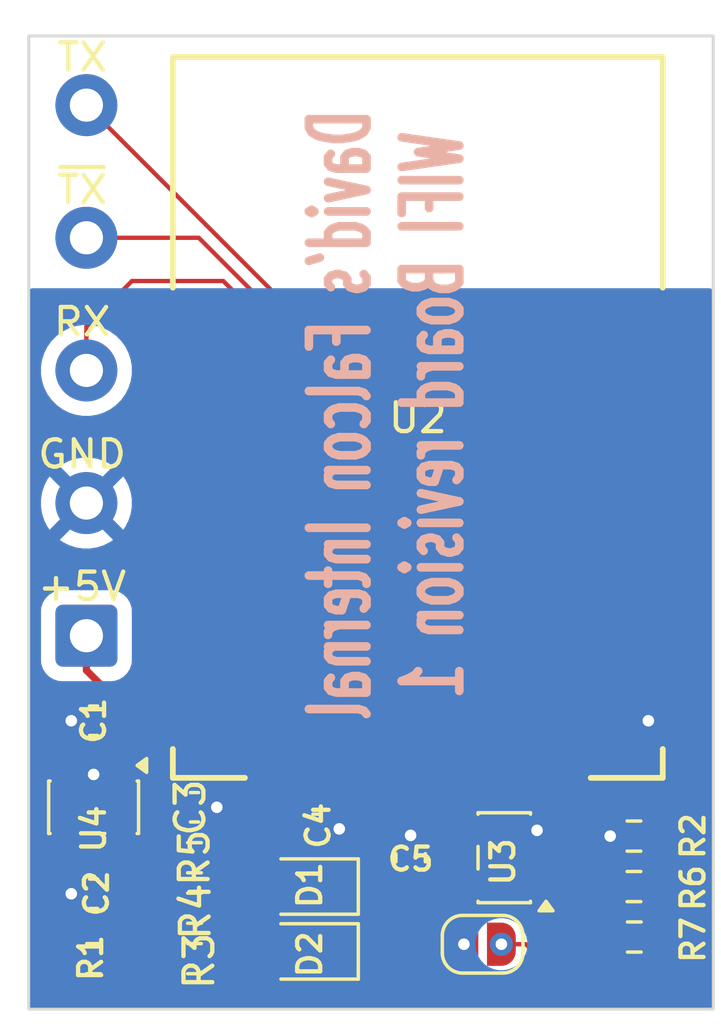
<source format=kicad_pcb>
(kicad_pcb (version 20241229) (generator "pcbnew") (generator_version "9.0")
  (title_block (title "Falcon Internal Wifi Board") (date "2025-11-10") (rev "r1") (company "Copyright D Henderson 2025"))
  (layers (0 "F.Cu" signal) (2 "B.Cu" signal) (13 "F.Paste" user) (15 "B.Paste" user) (5 "F.SilkS" user "F.Silkscreen") (7 "B.SilkS" user "B.Silkscreen") (1 "F.Mask" user) (3 "B.Mask" user) (25 "Edge.Cuts" user))
  (net 0 "")
  (net 1 "+5V")
  (net 2 "GND")
  (net 3 "+3.3V")
  (net 4 "Net-(U2-RST)")
  (net 5 "Net-(D1-A)")
  (net 6 "/STATUS")
  (net 7 "/RX")
  (net 8 "Net-(D2-A)")
  (net 9 "/TX")
  (net 10 "/~{TX}")
  (net 11 "Net-(U2-GPIO15)")
  (net 12 "/FLASH")
  (net 26 "Net-(U2-EN)")
  (net 28 "Net-(U2-GPIO2)")
  (footprint "Connector_Wire:SolderWire-0.5sqmm_1x05_P4.6mm_D0.9mm_OD2.1mm" (layer "F.Cu") (at 65.3 116.90625 90)
    (property "Reference" "J1" (hide yes))
    (property "Value" "Conn_01x05")
    (pad "1" thru_hole roundrect (at 0 0 90) (size 2.15 2.15) (drill 1.15) (layers "*.Cu" "*.Mask") (roundrect_rratio 0.116279) (net 1 "+5V"))
    (pad "2" thru_hole circle (at 4.6 0 90) (size 2.15 2.15) (drill 1.15) (layers "*.Cu" "*.Mask") (net 2 "GND"))
    (pad "3" thru_hole circle (at 9.199999 0 90) (size 2.15 2.15) (drill 1.15) (layers "*.Cu" "*.Mask") (net 7 "/RX"))
    (pad "4" thru_hole circle (at 13.800001 0 90) (size 2.15 2.15) (drill 1.15) (layers "*.Cu" "*.Mask") (net 10 "/~{TX}"))
    (pad "5" thru_hole circle (at 18.4 0 90) (size 2.15 2.15) (drill 1.15) (layers "*.Cu" "*.Mask") (net 9 "/TX"))
  )
  (footprint "Package_TO_SOT_SMD:SOT-23-5" (layer "F.Cu") (at 79.8 124.606249 180)
    (property "Reference" "U3" (at 0.050001 -0.143751 270) (layer "F.SilkS") (effects (font (size 0.8 0.8))))
    (property "Value" "NC7ST04M5X")
    (fp_line (start 0.91 1.56) (end -0.91 1.56) (stroke (width 0.12)) (layer "F.SilkS"))
    (fp_line (start 0.91 1.51) (end 0.91 1.56) (stroke (width 0.12)) (layer "F.SilkS"))
    (fp_line (start 0.91 -0.39) (end 0.91 0.39) (stroke (width 0.12)) (layer "F.SilkS"))
    (fp_line (start 0.91 -1.56) (end 0.91 -1.51) (stroke (width 0.12)) (layer "F.SilkS"))
    (fp_line (start -0.91 1.56) (end -0.91 1.51) (stroke (width 0.12)) (layer "F.SilkS"))
    (fp_line (start -0.91 -1.51) (end -0.91 -1.56) (stroke (width 0.12)) (layer "F.SilkS"))
    (fp_line (start -0.91 -1.56) (end 0.91 -1.56) (stroke (width 0.12)) (layer "F.SilkS"))
    (fp_poly (pts (xy -1.45 -1.51) (xy -1.69 -1.84) (xy -1.21 -1.84)) (stroke (width 0.12)) (fill yes) (layer "F.SilkS"))
    (pad "1" smd roundrect (at -1.1375 -0.95 180) (size 1.325 0.6) (layers "F.Cu" "F.Mask" "F.Paste"))
    (pad "2" smd roundrect (at -1.1375 0 180) (size 1.325 0.6) (layers "F.Cu" "F.Mask" "F.Paste") (net 9 "/TX"))
    (pad "3" smd roundrect (at -1.1375 0.95 180) (size 1.325 0.6) (layers "F.Cu" "F.Mask" "F.Paste") (net 2 "GND"))
    (pad "4" smd roundrect (at 1.1375 0.95 180) (size 1.325 0.6) (layers "F.Cu" "F.Mask" "F.Paste") (net 10 "/~{TX}"))
    (pad "5" smd roundrect (at 1.1375 -0.95 180) (size 1.325 0.6) (layers "F.Cu" "F.Mask" "F.Paste") (net 3 "+3.3V"))
  )
  (footprint "Capacitor_SMD:C_0603_1608Metric" (layer "F.Cu") (at 69.05 122.856249)
    (property "Reference" "C3" (at -0.145181 0.01 270) (layer "F.SilkS"))
    (property "Value" "100n")
    (fp_line (start -0.140581 -0.51) (end 0.140581 -0.51) (stroke (width 0.12)) (layer "F.SilkS"))
    (fp_line (start -0.140581 0.51) (end 0.140581 0.51) (stroke (width 0.12)) (layer "F.SilkS"))
    (pad "1" smd roundrect (at -0.775 0) (size 0.9 0.95) (layers "F.Cu" "F.Mask" "F.Paste") (net 3 "+3.3V"))
    (pad "2" smd roundrect (at 0.775 0) (size 0.9 0.95) (layers "F.Cu" "F.Mask" "F.Paste") (net 2 "GND"))
  )
  (footprint "Package_TO_SOT_SMD:SOT-23-5" (layer "F.Cu") (at 65.55 122.856249 -90)
    (property "Reference" "U4" (at 0.75 0 90) (layer "F.SilkS") (effects (font (size 0.8 0.8))))
    (property "Value" "TLV73333PDBV")
    (fp_line (start -0.91 1.56) (end -0.91 1.51) (stroke (width 0.12)) (layer "F.SilkS"))
    (fp_line (start 0.91 1.56) (end -0.91 1.56) (stroke (width 0.12)) (layer "F.SilkS"))
    (fp_line (start 0.91 1.51) (end 0.91 1.56) (stroke (width 0.12)) (layer "F.SilkS"))
    (fp_line (start 0.91 -0.39) (end 0.91 0.39) (stroke (width 0.12)) (layer "F.SilkS"))
    (fp_line (start -0.91 -1.51) (end -0.91 -1.56) (stroke (width 0.12)) (layer "F.SilkS"))
    (fp_line (start -0.91 -1.56) (end 0.91 -1.56) (stroke (width 0.12)) (layer "F.SilkS"))
    (fp_line (start 0.91 -1.56) (end 0.91 -1.51) (stroke (width 0.12)) (layer "F.SilkS"))
    (fp_poly (pts (xy -1.45 -1.51) (xy -1.69 -1.84) (xy -1.21 -1.84)) (stroke (width 0.12)) (fill yes) (layer "F.SilkS"))
    (pad "1" smd roundrect (at -1.1375 -0.949999 270) (size 1.325 0.6) (layers "F.Cu" "F.Mask" "F.Paste") (net 1 "+5V"))
    (pad "2" smd roundrect (at -1.1375 0 270) (size 1.325 0.6) (layers "F.Cu" "F.Mask" "F.Paste") (net 2 "GND"))
    (pad "3" smd roundrect (at -1.1375 0.949999 270) (size 1.325 0.6) (layers "F.Cu" "F.Mask" "F.Paste") (net 1 "+5V"))
    (pad "4" smd roundrect (at 1.1375 0.949999 270) (size 1.325 0.6) (layers "F.Cu" "F.Mask" "F.Paste"))
    (pad "5" smd roundrect (at 1.1375 -0.949999 270) (size 1.325 0.6) (layers "F.Cu" "F.Mask" "F.Paste") (net 3 "+3.3V"))
  )
  (footprint "Resistor_SMD:R_0603_1608Metric" (layer "F.Cu") (at 69.05 124.606249)
    (property "Reference" "R5" (at 0 0 90) (layer "F.SilkS"))
    (property "Value" "1k")
    (fp_line (start -0.237258 -0.5225) (end 0.237258 -0.5225) (stroke (width 0.12)) (layer "F.SilkS"))
    (fp_line (start -0.237258 0.5225) (end 0.237258 0.5225) (stroke (width 0.12)) (layer "F.SilkS"))
    (pad "1" smd roundrect (at -0.825 0) (size 0.8 0.95) (layers "F.Cu" "F.Mask" "F.Paste") (net 3 "+3.3V"))
    (pad "2" smd roundrect (at 0.825 0) (size 0.8 0.95) (layers "F.Cu" "F.Mask" "F.Paste") (net 4 "Net-(U2-RST)"))
  )
  (footprint "Capacitor_SMD:C_0603_1608Metric" (layer "F.Cu") (at 65.55 125.856249 180)
    (property "Reference" "C2" (at -0.1 0.01 270) (layer "F.SilkS") (effects (font (size 0.8 0.8))))
    (property "Value" "100n")
    (fp_line (start -0.140581 0.51) (end 0.140581 0.51) (stroke (width 0.12)) (layer "F.SilkS"))
    (fp_line (start -0.140581 -0.51) (end 0.140581 -0.51) (stroke (width 0.12)) (layer "F.SilkS"))
    (pad "1" smd roundrect (at -0.775 0 180) (size 0.9 0.95) (layers "F.Cu" "F.Mask" "F.Paste") (net 3 "+3.3V"))
    (pad "2" smd roundrect (at 0.775 0 180) (size 0.9 0.95) (layers "F.Cu" "F.Mask" "F.Paste") (net 2 "GND"))
  )
  (footprint "Resistor_SMD:R_0603_1608Metric" (layer "F.Cu") (at 69.05 128.106249)
    (property "Reference" "R3" (at 0.163396 0.0775 90) (layer "F.SilkS"))
    (property "Value" "1k")
    (fp_line (start -0.237258 -0.5225) (end 0.237258 -0.5225) (stroke (width 0.12)) (layer "F.SilkS"))
    (fp_line (start -0.237258 0.5225) (end 0.237258 0.5225) (stroke (width 0.12)) (layer "F.SilkS"))
    (pad "1" smd roundrect (at -0.825 0) (size 0.8 0.95) (layers "F.Cu" "F.Mask" "F.Paste") (net 3 "+3.3V"))
    (pad "2" smd roundrect (at 0.825 0) (size 0.8 0.95) (layers "F.Cu" "F.Mask" "F.Paste") (net 8 "Net-(D2-A)"))
  )
  (footprint "LED_SMD:LED_0805_2012Metric" (layer "F.Cu") (at 73.05 125.606249 180)
    (property "Reference" "D1" (at -0.000001 0.05 90) (layer "F.SilkS") (effects (font (size 0.8 0.8))))
    (property "Value" "LED")
    (fp_line (start 1 -0.96) (end -1.684999 -0.96) (stroke (width 0.12)) (layer "F.SilkS"))
    (fp_line (start -1.684999 0.96) (end 1 0.96) (stroke (width 0.12)) (layer "F.SilkS"))
    (fp_line (start -1.684999 -0.96) (end -1.684999 0.96) (stroke (width 0.12)) (layer "F.SilkS"))
    (pad "1" smd roundrect (at -0.937501 0 180) (size 0.975 1.4) (layers "F.Cu" "F.Mask" "F.Paste") (net 6 "/STATUS"))
    (pad "2" smd roundrect (at 0.937501 0 180) (size 0.975 1.4) (layers "F.Cu" "F.Mask" "F.Paste") (net 5 "Net-(D1-A)"))
  )
  (footprint "Capacitor_SMD:C_0603_1608Metric" (layer "F.Cu") (at 76.55 124.606249 90)
    (property "Reference" "C5" (at -0.05 0 180) (layer "F.SilkS") (effects (font (size 0.8 0.8))))
    (property "Value" "100n")
    (fp_line (start -0.140581 -0.51) (end 0.140581 -0.51) (stroke (width 0.12)) (layer "F.SilkS"))
    (fp_line (start -0.140581 0.51) (end 0.140581 0.51) (stroke (width 0.12)) (layer "F.SilkS"))
    (pad "1" smd roundrect (at -0.775 0 90) (size 0.9 0.95) (layers "F.Cu" "F.Mask" "F.Paste") (net 3 "+3.3V"))
    (pad "2" smd roundrect (at 0.775 0 90) (size 0.9 0.95) (layers "F.Cu" "F.Mask" "F.Paste") (net 2 "GND"))
  )
  (footprint "ESP-12F:ESP-12F" (layer "F.Cu") (at 76.8 109.336249)
    (property "Reference" "U2" (at 0 0.02 0) (layer "F.SilkS"))
    (property "Value" "ESP-12F")
    (fp_line (start -8.5 -12.5) (end -8.5 -4.5) (stroke (width 0.2)) (layer "F.SilkS"))
    (fp_line (start -8.5 -12.5) (end 8.5 -12.5) (stroke (width 0.2)) (layer "F.SilkS"))
    (fp_line (start -8.5 11.5) (end -8.5 12.5) (stroke (width 0.2)) (layer "F.SilkS"))
    (fp_line (start -8.5 12.5) (end -6 12.5) (stroke (width 0.2)) (layer "F.SilkS"))
    (fp_line (start 8.5 -12.5) (end 8.5 -4.5) (stroke (width 0.2)) (layer "F.SilkS"))
    (fp_line (start 8.5 12.5) (end 6 12.5) (stroke (width 0.2)) (layer "F.SilkS"))
    (fp_line (start 8.5 12.5) (end 8.5 11.5) (stroke (width 0.2)) (layer "F.SilkS"))
    (pad "1" smd rect (at -8 -3.48) (size 2 1.2) (layers "F.Cu" "F.Mask" "F.Paste") (net 4 "Net-(U2-RST)"))
    (pad "2" smd rect (at -8 -1.48) (size 2 1.2) (layers "F.Cu" "F.Mask" "F.Paste"))
    (pad "3" smd rect (at -8 0.52) (size 2 1.2) (layers "F.Cu" "F.Mask" "F.Paste") (net 26 "Net-(U2-EN)"))
    (pad "4" smd rect (at -8 2.52) (size 2 1.2) (layers "F.Cu" "F.Mask" "F.Paste") (net 6 "/STATUS"))
    (pad "5" smd rect (at -8 4.52) (size 2 1.2) (layers "F.Cu" "F.Mask" "F.Paste"))
    (pad "6" smd rect (at -8 6.52) (size 2 1.2) (layers "F.Cu" "F.Mask" "F.Paste"))
    (pad "7" smd rect (at -8 8.52) (size 2 1.2) (layers "F.Cu" "F.Mask" "F.Paste"))
    (pad "8" smd rect (at -8 10.52) (size 2 1.2) (layers "F.Cu" "F.Mask" "F.Paste") (net 3 "+3.3V"))
    (pad "9" smd rect (at -5 12) (size 1.2 2) (layers "F.Cu" "F.Mask" "F.Paste"))
    (pad "10" smd rect (at -3 12) (size 1.2 2) (layers "F.Cu" "F.Mask" "F.Paste"))
    (pad "11" smd rect (at -1 12) (size 1.2 2) (layers "F.Cu" "F.Mask" "F.Paste"))
    (pad "12" smd rect (at 1 12) (size 1.2 2) (layers "F.Cu" "F.Mask" "F.Paste"))
    (pad "13" smd rect (at 3 12) (size 1.2 2) (layers "F.Cu" "F.Mask" "F.Paste"))
    (pad "14" smd rect (at 5 12) (size 1.2 2) (layers "F.Cu" "F.Mask" "F.Paste"))
    (pad "15" smd rect (at 8 10.52) (size 2 1.2) (layers "F.Cu" "F.Mask" "F.Paste") (net 2 "GND"))
    (pad "16" smd rect (at 8 8.52) (size 2 1.2) (layers "F.Cu" "F.Mask" "F.Paste") (net 11 "Net-(U2-GPIO15)"))
    (pad "17" smd rect (at 8 6.52) (size 2 1.2) (layers "F.Cu" "F.Mask" "F.Paste") (net 28 "Net-(U2-GPIO2)"))
    (pad "18" smd rect (at 8 4.52) (size 2 1.2) (layers "F.Cu" "F.Mask" "F.Paste") (net 12 "/FLASH"))
    (pad "19" smd rect (at 8 2.52) (size 2 1.2) (layers "F.Cu" "F.Mask" "F.Paste"))
    (pad "20" smd rect (at 8 0.52) (size 2 1.2) (layers "F.Cu" "F.Mask" "F.Paste"))
    (pad "21" smd rect (at 8 -1.48) (size 2 1.2) (layers "F.Cu" "F.Mask" "F.Paste") (net 8 "Net-(D2-A)"))
    (pad "22" smd rect (at 8 -3.48) (size 2 1.2) (layers "F.Cu" "F.Mask" "F.Paste") (net 9 "/TX"))
  )
  (footprint "Resistor_SMD:R_0603_1608Metric" (layer "F.Cu") (at 65.55 128.106249 180)
    (property "Reference" "R1" (at 0.1 0.0225 90) (layer "F.SilkS") (effects (font (size 0.8 0.8))))
    (property "Value" "1k")
    (fp_line (start -0.237258 0.5225) (end 0.237258 0.5225) (stroke (width 0.12)) (layer "F.SilkS"))
    (fp_line (start -0.237258 -0.5225) (end 0.237258 -0.5225) (stroke (width 0.12)) (layer "F.SilkS"))
    (pad "1" smd roundrect (at -0.825 0 180) (size 0.8 0.95) (layers "F.Cu" "F.Mask" "F.Paste") (net 3 "+3.3V"))
    (pad "2" smd roundrect (at 0.825 0 180) (size 0.8 0.95) (layers "F.Cu" "F.Mask" "F.Paste") (net 5 "Net-(D1-A)"))
  )
  (footprint "Jumper:SolderJumper-2_P1.3mm_Open_RoundedPad1.0x1.5mm" (layer "F.Cu") (at 79.05 127.606249 180)
    (property "Reference" "TP1" (hide yes))
    (property "Value" "TestPoint_2Pole")
    (fp_line (start 1.4 -0.300001) (end 1.4 0.300001) (stroke (width 0.12)) (layer "F.SilkS"))
    (fp_line (start 0.7 1) (end -0.7 1) (stroke (width 0.12)) (layer "F.SilkS"))
    (fp_line (start -0.7 -1) (end 0.7 -1) (stroke (width 0.12)) (layer "F.SilkS"))
    (fp_line (start -1.4 0.300001) (end -1.4 -0.300001) (stroke (width 0.12)) (layer "F.SilkS"))
    (fp_arc (start 1.4 0.300001) (mid 1.194975 0.794975) (end 0.7 1) (stroke (width 0.12)) (layer "F.SilkS"))
    (fp_arc (start 0.7 -1) (mid 1.194975 -0.794975) (end 1.4 -0.300001) (stroke (width 0.12)) (layer "F.SilkS"))
    (fp_arc (start -0.7 1) (mid -1.194975 0.794975) (end -1.4 0.300001) (stroke (width 0.12)) (layer "F.SilkS"))
    (fp_arc (start -1.4 -0.300001) (mid -1.194975 -0.794975) (end -0.7 -1) (stroke (width 0.12)) (layer "F.SilkS"))
    (pad "1" smd custom (at -0.649999 0 180) (size 1 0.5) (layers "F.Cu" "F.Mask") (net 12 "/FLASH") (options (clearance outline) (anchor rect)) (primitives (gr_circle (center 0 0.25) (end 0.5 0.25) (width 0) (fill yes)) (gr_circle (center 0 -0.25) (end 0.5 -0.25) (width 0) (fill yes)) (gr_poly (pts (xy 0.5 0.75) (xy 0 0.75) (xy 0 -0.75) (xy 0.5 -0.75)) (width 0) (fill yes))))
    (pad "2" smd custom (at 0.649999 0 180) (size 1 0.5) (layers "F.Cu" "F.Mask") (net 2 "GND") (options (clearance outline) (anchor rect)) (primitives (gr_circle (center 0 0.25) (end 0.5 0.25) (width 0) (fill yes)) (gr_circle (center 0 -0.25) (end 0.5 -0.25) (width 0) (fill yes)) (gr_poly (pts (xy 0 0.75) (xy -0.5 0.75) (xy -0.5 -0.75) (xy 0 -0.75)) (width 0) (fill yes))))
  )
  (footprint "Resistor_SMD:R_0603_1608Metric" (layer "F.Cu") (at 69.05 126.356249)
    (property "Reference" "R4" (at 0.037258 0.1225 90) (layer "F.SilkS"))
    (property "Value" "1k")
    (fp_line (start -0.237258 -0.5225) (end 0.237258 -0.5225) (stroke (width 0.12)) (layer "F.SilkS"))
    (fp_line (start -0.237258 0.5225) (end 0.237258 0.5225) (stroke (width 0.12)) (layer "F.SilkS"))
    (pad "1" smd roundrect (at -0.825 0) (size 0.8 0.95) (layers "F.Cu" "F.Mask" "F.Paste") (net 3 "+3.3V"))
    (pad "2" smd roundrect (at 0.825 0) (size 0.8 0.95) (layers "F.Cu" "F.Mask" "F.Paste") (net 26 "Net-(U2-EN)"))
  )
  (footprint "Capacitor_SMD:C_0603_1608Metric" (layer "F.Cu") (at 73.3 123.606249)
    (property "Reference" "C4" (at 0.040581 -0.11 90) (layer "F.SilkS") (effects (font (size 0.8 0.8))))
    (property "Value" "100n")
    (fp_line (start -0.140581 -0.51) (end 0.140581 -0.51) (stroke (width 0.12)) (layer "F.SilkS"))
    (fp_line (start -0.140581 0.51) (end 0.140581 0.51) (stroke (width 0.12)) (layer "F.SilkS"))
    (pad "1" smd roundrect (at -0.775 0) (size 0.9 0.95) (layers "F.Cu" "F.Mask" "F.Paste") (net 4 "Net-(U2-RST)"))
    (pad "2" smd roundrect (at 0.775 0) (size 0.9 0.95) (layers "F.Cu" "F.Mask" "F.Paste") (net 2 "GND"))
  )
  (footprint "Resistor_SMD:R_0603_1608Metric" (layer "F.Cu") (at 84.312742 127.356249)
    (property "Reference" "R7" (at 2.037258 0.1 90) (layer "F.SilkS") (effects (font (size 0.8 0.8))))
    (property "Value" "1k")
    (fp_line (start -0.237258 -0.5225) (end 0.237258 -0.5225) (stroke (width 0.12)) (layer "F.SilkS"))
    (fp_line (start -0.237258 0.5225) (end 0.237258 0.5225) (stroke (width 0.12)) (layer "F.SilkS"))
    (pad "1" smd roundrect (at -0.825 0) (size 0.8 0.95) (layers "F.Cu" "F.Mask" "F.Paste") (net 3 "+3.3V"))
    (pad "2" smd roundrect (at 0.825 0) (size 0.8 0.95) (layers "F.Cu" "F.Mask" "F.Paste") (net 12 "/FLASH"))
  )
  (footprint "Resistor_SMD:R_0603_1608Metric" (layer "F.Cu") (at 84.3 125.606249)
    (property "Reference" "R6" (at 2.05 0.05 90) (layer "F.SilkS") (effects (font (size 0.8 0.8))))
    (property "Value" "1k")
    (fp_line (start -0.237258 -0.5225) (end 0.237258 -0.5225) (stroke (width 0.12)) (layer "F.SilkS"))
    (fp_line (start -0.237258 0.5225) (end 0.237258 0.5225) (stroke (width 0.12)) (layer "F.SilkS"))
    (pad "1" smd roundrect (at -0.825 0) (size 0.8 0.95) (layers "F.Cu" "F.Mask" "F.Paste") (net 3 "+3.3V"))
    (pad "2" smd roundrect (at 0.825 0) (size 0.8 0.95) (layers "F.Cu" "F.Mask" "F.Paste") (net 28 "Net-(U2-GPIO2)"))
  )
  (footprint "Resistor_SMD:R_0603_1608Metric" (layer "F.Cu") (at 84.3 123.856249 180)
    (property "Reference" "R2" (at -2.05 0 270) (layer "F.SilkS") (effects (font (size 0.8 0.8))))
    (property "Value" "1k")
    (fp_line (start -0.237258 0.5225) (end 0.237258 0.5225) (stroke (width 0.12)) (layer "F.SilkS"))
    (fp_line (start -0.237258 -0.5225) (end 0.237258 -0.5225) (stroke (width 0.12)) (layer "F.SilkS"))
    (pad "1" smd roundrect (at -0.825 0 180) (size 0.8 0.95) (layers "F.Cu" "F.Mask" "F.Paste") (net 11 "Net-(U2-GPIO15)"))
    (pad "2" smd roundrect (at 0.825 0 180) (size 0.8 0.95) (layers "F.Cu" "F.Mask" "F.Paste") (net 2 "GND"))
  )
  (footprint "Diode_SMD:D_0805_2012Metric" (layer "F.Cu") (at 73.05 127.856249 180)
    (property "Reference" "D2" (at 0 -0.1 90) (layer "F.SilkS") (effects (font (size 0.8 0.8))))
    (property "Value" "D")
    (fp_line (start 1 -0.96) (end -1.684999 -0.96) (stroke (width 0.12)) (layer "F.SilkS"))
    (fp_line (start -1.684999 0.96) (end 1 0.96) (stroke (width 0.12)) (layer "F.SilkS"))
    (fp_line (start -1.684999 -0.96) (end -1.684999 0.96) (stroke (width 0.12)) (layer "F.SilkS"))
    (pad "1" smd roundrect (at -0.937501 0 180) (size 0.975 1.4) (layers "F.Cu" "F.Mask" "F.Paste") (net 7 "/RX"))
    (pad "2" smd roundrect (at 0.937501 0 180) (size 0.975 1.4) (layers "F.Cu" "F.Mask" "F.Paste") (net 8 "Net-(D2-A)"))
  )
  (footprint "Capacitor_SMD:C_0603_1608Metric" (layer "F.Cu") (at 65.55 119.856249 180)
    (property "Reference" "C1" (at 0 0 270) (layer "F.SilkS") (effects (font (size 0.8 0.8))))
    (property "Value" "100n")
    (fp_line (start -0.140581 0.51) (end 0.140581 0.51) (stroke (width 0.12)) (layer "F.SilkS"))
    (fp_line (start -0.140581 -0.51) (end 0.140581 -0.51) (stroke (width 0.12)) (layer "F.SilkS"))
    (pad "1" smd roundrect (at -0.775 0 180) (size 0.9 0.95) (layers "F.Cu" "F.Mask" "F.Paste") (net 1 "+5V"))
    (pad "2" smd roundrect (at 0.775 0 180) (size 0.9 0.95) (layers "F.Cu" "F.Mask" "F.Paste") (net 2 "GND"))
  )
  (gr_poly (pts (xy 63.3 129.856249) (xy 87.05 129.856249) (xy 87.05 96.106249) (xy 63.3 96.106249)) (stroke (width 0.1)) (fill no) (layer "Edge.Cuts"))
  (gr_text "TX\n\n\n~{TX}\n\n\nRX\n\n\nGND\n\n\n+5V" (at 65.15 115.756249 0) (layer "F.SilkS") (effects (font (size 0.95 1)) (justify bottom)))
  (gr_text "David's Falcon Internal\nWIFI Board revision 1" (at 78.5 109.25 90) (layer "B.SilkS") (effects (font (size 2 1.2) (thickness 0.3) (bold yes)) (justify bottom mirror)))
  (segment (start 66.499999 122.40625) (end 66.499999 121.718749) (width 0.15) (layer "F.Cu") (net 1))
  (segment (start 66.499999 120.806248) (end 66.325 120.631249) (width 0.25) (layer "F.Cu") (net 1))
  (segment (start 65.3 118.106249) (end 66.325 119.131249) (width 0.25) (layer "F.Cu") (net 1))
  (segment (start 66.05 122.856249) (end 66.499999 122.40625) (width 0.15) (layer "F.Cu") (net 1))
  (segment (start 64.600001 122.381248) (end 65.075002 122.856249) (width 0.15) (layer "F.Cu") (net 1))
  (segment (start 66.325 120.631249) (end 66.325 119.856249) (width 0.25) (layer "F.Cu") (net 1))
  (segment (start 64.600001 121.718749) (end 64.600001 122.381248) (width 0.15) (layer "F.Cu") (net 1))
  (segment (start 65.075002 122.856249) (end 66.05 122.856249) (width 0.15) (layer "F.Cu") (net 1))
  (segment (start 66.499999 121.718749) (end 66.499999 120.806248) (width 0.25) (layer "F.Cu") (net 1))
  (segment (start 65.3 116.90625) (end 65.3 118.106249) (width 0.25) (layer "F.Cu") (net 1))
  (segment (start 66.325 119.131249) (end 66.325 119.856249) (width 0.25) (layer "F.Cu") (net 1))
  (via (at 84.8 119.856249) (size 0.8) (drill 0.4) (layers "F.Cu" "B.Cu") (net 2))
  (via (at 76.55 123.831249) (size 0.8) (drill 0.4) (layers "F.Cu" "B.Cu") (net 2))
  (via (at 64.775 119.856249) (size 0.8) (drill 0.4) (layers "F.Cu" "B.Cu") (net 2))
  (via (at 65.55 121.718749) (size 0.8) (drill 0.4) (layers "F.Cu" "B.Cu") (net 2))
  (via (at 78.400001 127.606249) (size 0.8) (drill 0.4) (layers "F.Cu" "B.Cu") (net 2))
  (via (at 64.775 125.856249) (size 0.8) (drill 0.4) (layers "F.Cu" "B.Cu") (net 2))
  (via (at 80.9375 123.656249) (size 0.8) (drill 0.4) (layers "F.Cu" "B.Cu") (net 2))
  (via (at 74.075 123.606249) (size 0.8) (drill 0.4) (layers "F.Cu" "B.Cu") (net 2))
  (via (at 83.475 123.856249) (size 0.8) (drill 0.4) (layers "F.Cu" "B.Cu") (net 2))
  (via (at 69.825 122.856249) (size 0.8) (drill 0.4) (layers "F.Cu" "B.Cu") (net 2))
  (segment (start 79.0648 126.106249) (end 82.05 126.106249) (width 0.15) (layer "F.Cu") (net 3))
  (segment (start 64.401 129.207249) (end 74.949 129.207249) (width 0.25) (layer "F.Cu") (net 3))
  (segment (start 76.55 127.606249) (end 76.55 125.381249) (width 0.25) (layer "F.Cu") (net 3))
  (segment (start 82.05 126.106249) (end 82.55 125.606249) (width 0.15) (layer "F.Cu") (net 3))
  (segment (start 68.275 122.856249) (end 68.275 121.631249) (width 0.25) (layer "F.Cu") (net 3))
  (segment (start 76.7148 125.546049) (end 78.5046 125.546049) (width 0.15) (layer "F.Cu") (net 3))
  (segment (start 68.8 121.106249) (end 68.8 119.856249) (width 0.25) (layer "F.Cu") (net 3))
  (segment (start 68.225 128.106249) (end 68.225 122.906249) (width 0.25) (layer "F.Cu") (net 3))
  (segment (start 67.05 125.856249) (end 67.55 126.356249) (width 0.25) (layer "F.Cu") (net 3))
  (segment (start 64.049 127.357249) (end 64.049 128.855249) (width 0.25) (layer "F.Cu") (net 3))
  (segment (start 66.375 128.106249) (end 65.375 127.106249) (width 0.25) (layer "F.Cu") (net 3))
  (segment (start 68.275 121.631249) (end 68.8 121.106249) (width 0.25) (layer "F.Cu") (net 3))
  (segment (start 66.325 125.081249) (end 66.325 125.856249) (width 0.25) (layer "F.Cu") (net 3))
  (segment (start 67.55 126.356249) (end 68.225 126.356249) (width 0.25) (layer "F.Cu") (net 3))
  (segment (start 83.487742 127.356249) (end 83.487742 125.618991) (width 0.15) (layer "F.Cu") (net 3))
  (segment (start 64.3 127.106249) (end 64.049 127.357249) (width 0.25) (layer "F.Cu") (net 3))
  (segment (start 82.55 125.606249) (end 83.475 125.606249) (width 0.15) (layer "F.Cu") (net 3))
  (segment (start 78.5046 125.546049) (end 79.0648 126.106249) (width 0.15) (layer "F.Cu") (net 3))
  (segment (start 66.499999 123.993749) (end 66.499999 124.90625) (width 0.25) (layer "F.Cu") (net 3))
  (segment (start 66.325 125.856249) (end 67.05 125.856249) (width 0.25) (layer "F.Cu") (net 3))
  (segment (start 66.499999 124.90625) (end 66.325 125.081249) (width 0.25) (layer "F.Cu") (net 3))
  (segment (start 74.949 129.207249) (end 76.55 127.606249) (width 0.25) (layer "F.Cu") (net 3))
  (segment (start 66.375 128.106249) (end 68.225 128.106249) (width 0.25) (layer "F.Cu") (net 3))
  (segment (start 64.049 128.855249) (end 64.401 129.207249) (width 0.25) (layer "F.Cu") (net 3))
  (segment (start 65.375 127.106249) (end 64.3 127.106249) (width 0.25) (layer "F.Cu") (net 3))
  (segment (start 67.55 105.856249) (end 68.8 105.856249) (width 0.15) (layer "F.Cu") (net 4))
  (segment (start 70.501 117.432249) (end 69.925 116.856249) (width 0.15) (layer "F.Cu") (net 4))
  (segment (start 70.501 123.980249) (end 70.501 117.432249) (width 0.15) (layer "F.Cu") (net 4))
  (segment (start 69.875 124.606249) (end 70.501 123.980249) (width 0.15) (layer "F.Cu") (net 4))
  (segment (start 69.05 126.860248) (end 69.05 125.431249) (width 0.15) (layer "F.Cu") (net 4))
  (segment (start 71.101 124.305249) (end 71.101 126.213247) (width 0.15) (layer "F.Cu") (net 4))
  (segment (start 69.247001 127.057249) (end 69.05 126.860248) (width 0.15) (layer "F.Cu") (net 4))
  (segment (start 72.525 123.606249) (end 71.8 123.606249) (width 0.15) (layer "F.Cu") (net 4))
  (segment (start 69.05 125.431249) (end 69.875 124.606249) (width 0.15) (layer "F.Cu") (net 4))
  (segment (start 71.8 123.606249) (end 71.101 124.305249) (width 0.15) (layer "F.Cu") (net 4))
  (segment (start 66.999 106.407249) (end 67.55 105.856249) (width 0.15) (layer "F.Cu") (net 4))
  (segment (start 71.101 126.213247) (end 70.256998 127.057249) (width 0.15) (layer "F.Cu") (net 4))
  (segment (start 66.999 116.107249) (end 66.999 106.407249) (width 0.15) (layer "F.Cu") (net 4))
  (segment (start 70.256998 127.057249) (end 69.247001 127.057249) (width 0.15) (layer "F.Cu") (net 4))
  (segment (start 67.748 116.856249) (end 66.999 116.107249) (width 0.15) (layer "F.Cu") (net 4))
  (segment (start 69.925 116.856249) (end 67.748 116.856249) (width 0.15) (layer "F.Cu") (net 4))
  (segment (start 69.294001 127.358249) (end 70.381676 127.358249) (width 0.15) (layer "F.Cu") (net 5))
  (segment (start 69.05 128.668748) (end 69.05 127.60225) (width 0.15) (layer "F.Cu") (net 5))
  (segment (start 68.862499 128.856249) (end 69.05 128.668748) (width 0.15) (layer "F.Cu") (net 5))
  (segment (start 69.05 127.60225) (end 69.294001 127.358249) (width 0.15) (layer "F.Cu") (net 5))
  (segment (start 65.475 128.856249) (end 68.862499 128.856249) (width 0.15) (layer "F.Cu") (net 5))
  (segment (start 70.381676 127.358249) (end 72.112499 125.627426) (width 0.15) (layer "F.Cu") (net 5))
  (segment (start 64.725 128.106249) (end 65.475 128.856249) (width 0.15) (layer "F.Cu") (net 5))
  (segment (start 70.55 111.856249) (end 68.8 111.856249) (width 0.15) (layer "F.Cu") (net 6))
  (segment (start 72.8 114.106249) (end 70.55 111.856249) (width 0.15) (layer "F.Cu") (net 6))
  (segment (start 73.201 124.819748) (end 73.201 122.789249) (width 0.15) (layer "F.Cu") (net 6))
  (segment (start 72.8 122.388249) (end 72.8 114.106249) (width 0.15) (layer "F.Cu") (net 6))
  (segment (start 73.201 122.789249) (end 72.8 122.388249) (width 0.15) (layer "F.Cu") (net 6))
  (segment (start 73.987501 125.606249) (end 73.201 124.819748) (width 0.15) (layer "F.Cu") (net 6))
  (segment (start 74.8 109.356249) (end 74.8 127.04375) (width 0.15) (layer "F.Cu") (net 7))
  (segment (start 65.3 106.185972) (end 66.879723 104.606249) (width 0.15) (layer "F.Cu") (net 7))
  (segment (start 70.05 104.606249) (end 74.8 109.356249) (width 0.15) (layer "F.Cu") (net 7))
  (segment (start 65.3 107.706251) (end 65.3 106.185972) (width 0.15) (layer "F.Cu") (net 7))
  (segment (start 74.8 127.04375) (end 73.987501 127.856249) (width 0.15) (layer "F.Cu") (net 7))
  (segment (start 66.879723 104.606249) (end 70.05 104.606249) (width 0.15) (layer "F.Cu") (net 7))
  (segment (start 80.25 122.75) (end 79.75 123.25) (width 0.15) (layer "F.Cu") (net 8))
  (segment (start 79.75 123.25) (end 79.75 124.25) (width 0.15) (layer "F.Cu") (net 8))
  (segment (start 72.112499 127.856249) (end 71.05 127.856249) (width 0.15) (layer "F.Cu") (net 8))
  (segment (start 70.8 128.106249) (end 69.875 128.106249) (width 0.15) (layer "F.Cu") (net 8))
  (segment (start 76.05 124.606249) (end 75.55 125.106249) (width 0.15) (layer "F.Cu") (net 8))
  (segment (start 74.432581 128.782249) (end 73.038499 128.782249) (width 0.15) (layer "F.Cu") (net 8))
  (segment (start 75.55 127.66483) (end 74.432581 128.782249) (width 0.15) (layer "F.Cu") (net 8))
  (segment (start 71.05 127.856249) (end 70.8 128.106249) (width 0.15) (layer "F.Cu") (net 8))
  (segment (start 79.75 124.25) (end 79.393751 124.606249) (width 0.15) (layer "F.Cu") (net 8))
  (segment (start 80.8 110.356249) (end 80.8 122.595347) (width 0.15) (layer "F.Cu") (net 8))
  (segment (start 84.8 107.856249) (end 83.3 107.856249) (width 0.15) (layer "F.Cu") (net 8))
  (segment (start 79.393751 124.606249) (end 76.05 124.606249) (width 0.15) (layer "F.Cu") (net 8))
  (segment (start 80.8 122.595347) (end 80.645347 122.75) (width 0.15) (layer "F.Cu") (net 8))
  (segment (start 83.3 107.856249) (end 80.8 110.356249) (width 0.15) (layer "F.Cu") (net 8))
  (segment (start 75.55 125.106249) (end 75.55 127.66483) (width 0.15) (layer "F.Cu") (net 8))
  (segment (start 73.038499 128.782249) (end 72.112499 127.856249) (width 0.15) (layer "F.Cu") (net 8))
  (segment (start 80.645347 122.75) (end 80.25 122.75) (width 0.15) (layer "F.Cu") (net 8))
  (segment (start 82.143751 124.606249) (end 82.8 123.95) (width 0.15) (layer "F.Cu") (net 9))
  (segment (start 65.3 98.50625) (end 72.649999 105.856249) (width 0.15) (layer "F.Cu") (net 9))
  (segment (start 85.852 110.856249) (end 86.05 110.658249) (width 0.15) (layer "F.Cu") (net 9))
  (segment (start 82.8 123.95) (end 82.8 111.804249) (width 0.15) (layer "F.Cu") (net 9))
  (segment (start 83.748 110.856249) (end 85.852 110.856249) (width 0.15) (layer "F.Cu") (net 9))
  (segment (start 86.05 107.106249) (end 84.8 105.856249) (width 0.15) (layer "F.Cu") (net 9))
  (segment (start 82.8 111.804249) (end 83.748 110.856249) (width 0.15) (layer "F.Cu") (net 9))
  (segment (start 80.9375 124.606249) (end 82.143751 124.606249) (width 0.15) (layer "F.Cu") (net 9))
  (segment (start 86.05 110.658249) (end 86.05 107.106249) (width 0.15) (layer "F.Cu") (net 9))
  (segment (start 72.649999 105.856249) (end 84.8 105.856249) (width 0.15) (layer "F.Cu") (net 9))
  (segment (start 78.8 123.371049) (end 78.5046 123.666449) (width 0.15) (layer "F.Cu") (net 10))
  (segment (start 65.3 103.106249) (end 69.2 103.106249) (width 0.15) (layer "F.Cu") (net 10))
  (segment (start 78.8 112.706249) (end 78.8 123.371049) (width 0.15) (layer "F.Cu") (net 10))
  (segment (start 69.2 103.106249) (end 78.8 112.706249) (width 0.15) (layer "F.Cu") (net 10))
  (segment (start 85.125 123.856249) (end 83.3 122.031249) (width 0.15) (layer "F.Cu") (net 11))
  (segment (start 83.8 117.856249) (end 84.8 117.856249) (width 0.15) (layer "F.Cu") (net 11))
  (segment (start 83.3 122.031249) (end 83.3 118.356249) (width 0.15) (layer "F.Cu") (net 11))
  (segment (start 83.3 118.356249) (end 83.8 117.856249) (width 0.15) (layer "F.Cu") (net 11))
  (segment (start 81.001 128.057249) (end 80.55 127.606249) (width 0.15) (layer "F.Cu") (net 12))
  (segment (start 86.327 115.383249) (end 84.8 113.856249) (width 0.15) (layer "F.Cu") (net 12))
  (segment (start 80.55 127.606249) (end 79.699999 127.606249) (width 0.15) (layer "F.Cu") (net 12))
  (segment (start 85.137742 127.356249) (end 86.327 126.166991) (width 0.15) (layer "F.Cu") (net 12))
  (segment (start 84.436742 128.057249) (end 81.001 128.057249) (width 0.15) (layer "F.Cu") (net 12))
  (segment (start 85.137742 127.356249) (end 84.436742 128.057249) (width 0.15) (layer "F.Cu") (net 12))
  (segment (start 86.327 126.166991) (end 86.327 115.383249) (width 0.15) (layer "F.Cu") (net 12))
  (via (at 79.699999 127.606249) (size 0.8) (drill 0.4) (layers "F.Cu" "B.Cu") (net 12))
  (segment (start 70.974 115.879249) (end 70.974 123.932927) (width 0.15) (layer "F.Cu") (net 26))
  (segment (start 67.8 114.856249) (end 69.951 114.856249) (width 0.15) (layer "F.Cu") (net 26))
  (segment (start 67.3 114.356249) (end 67.8 114.856249) (width 0.15) (layer "F.Cu") (net 26))
  (segment (start 67.8 109.856249) (end 67.3 110.356249) (width 0.15) (layer "F.Cu") (net 26))
  (segment (start 70.974 123.932927) (end 70.8 124.106927) (width 0.15) (layer "F.Cu") (net 26))
  (segment (start 67.3 110.356249) (end 67.3 114.356249) (width 0.15) (layer "F.Cu") (net 26))
  (segment (start 68.8 109.856249) (end 67.8 109.856249) (width 0.15) (layer "F.Cu") (net 26))
  (segment (start 70.8 125.431249) (end 69.875 126.356249) (width 0.15) (layer "F.Cu") (net 26))
  (segment (start 70.8 124.106927) (end 70.8 125.431249) (width 0.15) (layer "F.Cu") (net 26))
  (segment (start 69.951 114.856249) (end 70.974 115.879249) (width 0.15) (layer "F.Cu") (net 26))
  (segment (start 86.026 124.705249) (end 85.125 125.606249) (width 0.15) (layer "F.Cu") (net 28))
  (segment (start 84.8 115.856249) (end 86.026 117.082249) (width 0.15) (layer "F.Cu") (net 28))
  (segment (start 86.026 117.082249) (end 86.026 124.705249) (width 0.15) (layer "F.Cu") (net 28))
  (zone (net 2) (net_name "GND") (layer "B.Cu") (connect_pads (clearance 0.5)) (min_thickness 0.25) (fill yes (thermal_gap 0.5) (thermal_bridge_width 0.5))
    (polygon (pts (xy 87.332624 104.856249) (xy 87.332624 130.106249) (xy 63.082624 130.106249) (xy 63.082624 104.856249)))
  )
)
</source>
